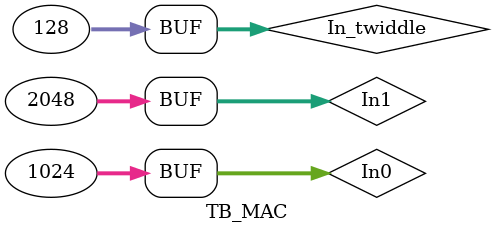
<source format=v>
`timescale 1ns / 1ps
`define bits 16
`define CLOCK 100

module TB_MAC ;
    
    // Inputs
//    reg                     clk;
//    reg                     reset;
    reg     [(2*`bits)-1:0] In0;
    reg     [(2*`bits)-1:0] In1;
    reg     [(2*`bits)-1:0] In_twiddle;
    // Outputs
    wire    [(2*`bits)-1:0] Out0;
    wire    [(2*`bits)-1:0] Out1;
    
    MAC #(7, 16) MC0 (.In1(In1), .In0(In0), .In_twiddle({{2*16-7-1{1'b0}},1'b1,{7{1'b0}}}), .Out0(Out0), .Out1(Out1));
    
    initial
        begin
//            clk = 1;
            In0 = 32'b000000000_0000000__000000001_0000000;
            In1 = 32'b000000000_0000000__000000001_0000000;
            In_twiddle = 32'b000000000_0000000__000000001_0000000;
            #10
            In0 = 32'b000000000_0000000__000000010_0000000;
            In1 = 32'b000000000_0000000__000000100_0000000;
            #20
            In0 = 32'b000000000_0000000__000001000_0000000;
            In1 = 32'b000000000_0000000__000010000_0000000;
//            reset = 1;
//            #10
//            reset = 0;
        end
    
//    always #(500/`CLOCK)    clk = !clk;
    
//    always @(posedge clk)
//        begin
//            In1 = In1 + 22'b000000_00000__000000_10000;
            
//        end
endmodule

</source>
